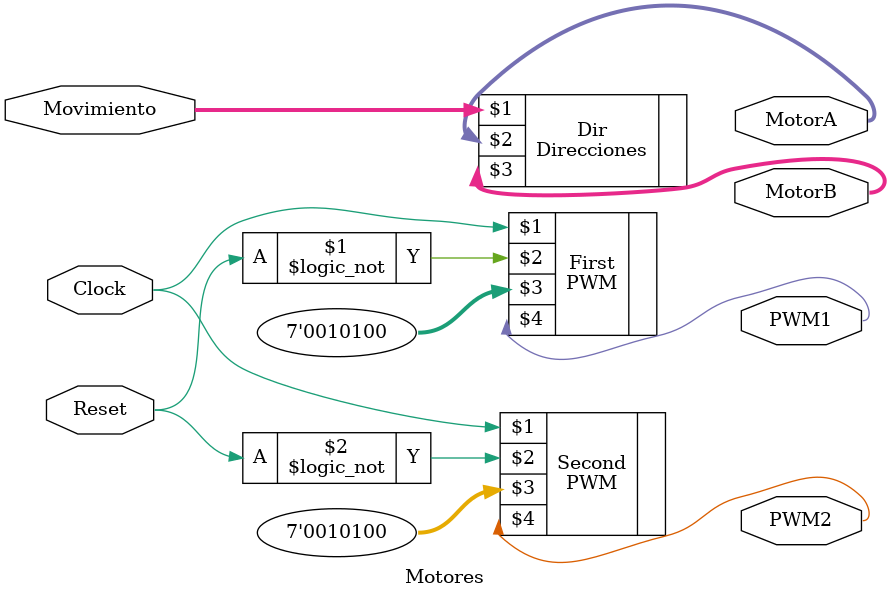
<source format=v>
module Motores(
	input Clock,
	input Reset,
	input [2:0] Movimiento,
	output PWM1,
	output PWM2,
	output [1:0] MotorA,
	output [1:0] MotorB
);


PWM First(Clock, !Reset, 7'd20, PWM1);
PWM Second(Clock, !Reset, 7'd20, PWM2);
Direcciones Dir(Movimiento, MotorA, MotorB);

endmodule 

</source>
